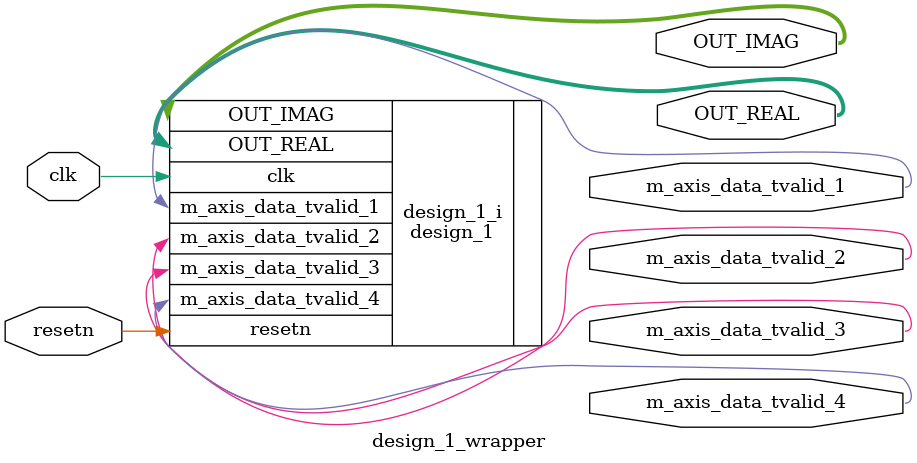
<source format=v>
`timescale 1 ps / 1 ps

module design_1_wrapper
   (OUT_IMAG,
    OUT_REAL,
    clk,
    m_axis_data_tvalid_1,
    m_axis_data_tvalid_2,
    m_axis_data_tvalid_3,
    m_axis_data_tvalid_4,
    resetn);
  output [15:0]OUT_IMAG;
  output [15:0]OUT_REAL;
  input clk;
  output m_axis_data_tvalid_1;
  output m_axis_data_tvalid_2;
  output m_axis_data_tvalid_3;
  output m_axis_data_tvalid_4;
  input resetn;

  wire [15:0]OUT_IMAG;
  wire [15:0]OUT_REAL;
  wire clk;
  wire m_axis_data_tvalid_1;
  wire m_axis_data_tvalid_2;
  wire m_axis_data_tvalid_3;
  wire m_axis_data_tvalid_4;
  wire resetn;

  design_1 design_1_i
       (.OUT_IMAG(OUT_IMAG),
        .OUT_REAL(OUT_REAL),
        .clk(clk),
        .m_axis_data_tvalid_1(m_axis_data_tvalid_1),
        .m_axis_data_tvalid_2(m_axis_data_tvalid_2),
        .m_axis_data_tvalid_3(m_axis_data_tvalid_3),
        .m_axis_data_tvalid_4(m_axis_data_tvalid_4),
        .resetn(resetn));
endmodule

</source>
